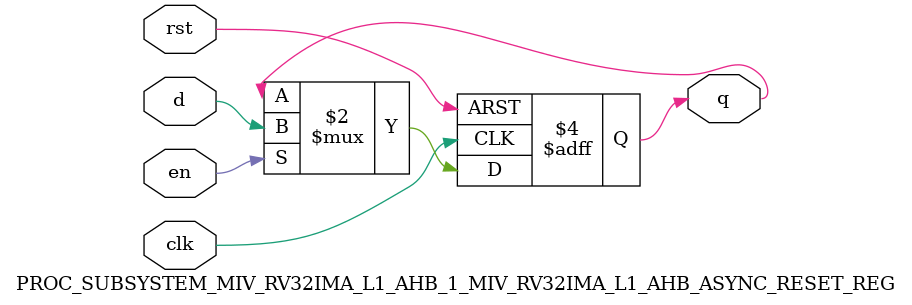
<source format=v>
`define RANDOMIZE
`timescale 1ns/10ps
module PROC_SUBSYSTEM_MIV_RV32IMA_L1_AHB_1_MIV_RV32IMA_L1_AHB_ASYNC_RESET_REG (
                      input      d,
                      output reg q,
                      input      en,

                      input      clk,
                      input      rst);
   
   always @(posedge clk or posedge rst) begin

      if (rst) begin
         q <= 1'b0;
      end else if (en) begin
         q <= d;
      end
   end
   

endmodule // PROC_SUBSYSTEM_MIV_RV32IMA_L1_AHB_1_MIV_RV32IMA_L1_AHB_ASYNC_RESET_REG

</source>
